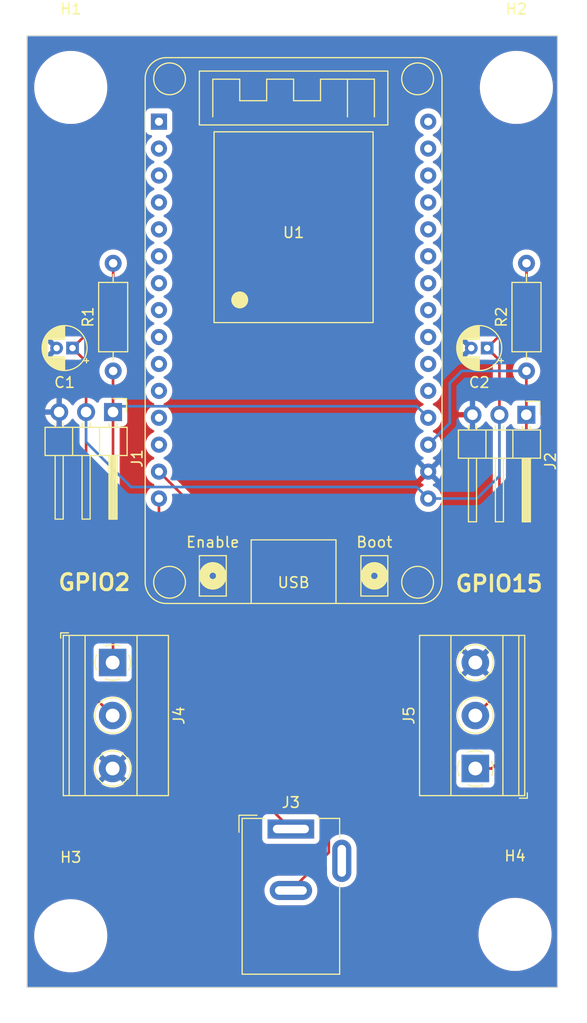
<source format=kicad_pcb>
(kicad_pcb (version 20221018) (generator pcbnew)
  (layers (0 "F.Cu" signal) (31 "B.Cu" signal) (34 "B.Paste" user) (35 "F.Paste" user) (36 "B.SilkS" user "B.Silkscreen") (37 "F.SilkS" user "F.Silkscreen") (38 "B.Mask" user) (39 "F.Mask" user) (44 "Edge.Cuts" user))
  (net 0 "")
  (net 14 "+3V3")
  (net 15 "GND")
  (net 16 "/GPIO2")
  (net 17 "/GPIO15")
  (net 18 "VDC")
  (net 19 "GND1")
  (footprint "MountingHole:MountingHole_6.4mm_M6" (layer "F.Cu") (at 132.143 53.895)
    (fp_text reference "H1" (at 0 -7.4) (layer "F.SilkS"))
    (fp_text value "MountingHole")
    (pad "" np_thru_hole circle (at 0 0) (size 6.4 6.4) (drill 6.4) (layers "*.Cu" "*.Mask"))
  )
  (footprint "MountingHole:MountingHole_6.4mm_M6" (layer "F.Cu") (at 174.181 53.895)
    (fp_text reference "H2" (at 0 -7.4) (layer "F.SilkS"))
    (fp_text value "MountingHole")
    (pad "" np_thru_hole circle (at 0 0) (size 6.4 6.4) (drill 6.4) (layers "*.Cu" "*.Mask"))
  )
  (footprint "TerminalBlock_Phoenix:TerminalBlock_Phoenix_MKDS-1,5-3_1x03_P5.00mm_Horizontal" (layer "F.Cu") (at 170.307 118.157 90)
    (fp_text reference "J5" (at 5 -6.26 90) (layer "F.SilkS"))
    (fp_text value "Screw_Terminal_01x03")
    (fp_line (start -2.8 4.16) (end -2.8 4.9) (stroke (width 0.12)) (layer "F.SilkS"))
    (fp_line (start -2.8 4.9) (end -2.3 4.9) (stroke (width 0.12)) (layer "F.SilkS"))
    (fp_line (start -2.56 -5.261) (end -2.56 4.66) (stroke (width 0.12)) (layer "F.SilkS"))
    (fp_line (start -2.56 -5.261) (end 12.56 -5.261) (stroke (width 0.12)) (layer "F.SilkS"))
    (fp_line (start -2.56 -2.301) (end 12.56 -2.301) (stroke (width 0.12)) (layer "F.SilkS"))
    (fp_line (start -2.56 2.6) (end 12.56 2.6) (stroke (width 0.12)) (layer "F.SilkS"))
    (fp_line (start -2.56 4.1) (end 12.56 4.1) (stroke (width 0.12)) (layer "F.SilkS"))
    (fp_line (start -2.56 4.66) (end 12.56 4.66) (stroke (width 0.12)) (layer "F.SilkS"))
    (fp_line (start 3.773 1.023) (end 3.726 1.069) (stroke (width 0.12)) (layer "F.SilkS"))
    (fp_line (start 3.966 1.239) (end 3.931 1.274) (stroke (width 0.12)) (layer "F.SilkS"))
    (fp_line (start 6.07 -1.275) (end 6.035 -1.239) (stroke (width 0.12)) (layer "F.SilkS"))
    (fp_line (start 6.275 -1.069) (end 6.228 -1.023) (stroke (width 0.12)) (layer "F.SilkS"))
    (fp_line (start 8.773 1.023) (end 8.726 1.069) (stroke (width 0.12)) (layer "F.SilkS"))
    (fp_line (start 8.966 1.239) (end 8.931 1.274) (stroke (width 0.12)) (layer "F.SilkS"))
    (fp_line (start 11.07 -1.275) (end 11.035 -1.239) (stroke (width 0.12)) (layer "F.SilkS"))
    (fp_line (start 11.275 -1.069) (end 11.228 -1.023) (stroke (width 0.12)) (layer "F.SilkS"))
    (fp_line (start 12.56 -5.261) (end 12.56 4.66) (stroke (width 0.12)) (layer "F.SilkS"))
    (fp_arc (start -1.535427 0.683042) (mid -1.680501 -0.000524) (end -1.535 -0.684) (stroke (width 0.12)) (layer "F.SilkS"))
    (fp_arc (start -0.683042 -1.535427) (mid 0.000524 -1.680501) (end 0.684 -1.535) (stroke (width 0.12)) (layer "F.SilkS"))
    (fp_arc (start 0.028805 1.680253) (mid -0.335551 1.646659) (end -0.684 1.535) (stroke (width 0.12)) (layer "F.SilkS"))
    (fp_arc (start 0.683318 1.534756) (mid 0.349292 1.643288) (end 0 1.68) (stroke (width 0.12)) (layer "F.SilkS"))
    (fp_arc (start 1.535427 -0.683042) (mid 1.680501 0.000524) (end 1.535 0.684) (stroke (width 0.12)) (layer "F.SilkS"))
    (fp_circle (center 5 0) (end 6.68 0) (stroke (width 0.12)) (fill none) (layer "F.SilkS"))
    (fp_circle (center 10 0) (end 11.68 0) (stroke (width 0.12)) (fill none) (layer "F.SilkS"))
    (pad "1" thru_hole rect (at 0 0 90) (size 2.6 2.6) (drill 1.3) (layers "*.Cu" "*.Mask") (net 17 "/GPIO15"))
    (pad "2" thru_hole circle (at 5 0 90) (size 2.6 2.6) (drill 1.3) (layers "*.Cu" "*.Mask") (net 14 "+3V3"))
    (pad "3" thru_hole circle (at 10 0 90) (size 2.6 2.6) (drill 1.3) (layers "*.Cu" "*.Mask") (net 15 "GND"))
  )
  (footprint "Resistor_THT:R_Axial_DIN0207_L6.3mm_D2.5mm_P10.16mm_Horizontal" (layer "F.Cu") (at 175.133 80.645 90)
    (fp_text reference "R2" (at 5.08 -2.37 90) (layer "F.SilkS"))
    (fp_text value "4k7")
    (fp_line (start 1.04 0) (end 1.81 0) (stroke (width 0.12)) (layer "F.SilkS"))
    (fp_line (start 1.81 -1.37) (end 1.81 1.37) (stroke (width 0.12)) (layer "F.SilkS"))
    (fp_line (start 1.81 1.37) (end 8.35 1.37) (stroke (width 0.12)) (layer "F.SilkS"))
    (fp_line (start 8.35 -1.37) (end 1.81 -1.37) (stroke (width 0.12)) (layer "F.SilkS"))
    (fp_line (start 8.35 1.37) (end 8.35 -1.37) (stroke (width 0.12)) (layer "F.SilkS"))
    (fp_line (start 9.12 0) (end 8.35 0) (stroke (width 0.12)) (layer "F.SilkS"))
    (pad "1" thru_hole circle (at 0 0 90) (size 1.6 1.6) (drill 0.8) (layers "*.Cu" "*.Mask") (net 17 "/GPIO15"))
    (pad "2" thru_hole oval (at 10.16 0 90) (size 1.6 1.6) (drill 0.8) (layers "*.Cu" "*.Mask") (net 14 "+3V3"))
  )
  (footprint "Doit:esp32_devkit_v1_doit" (layer "F.Cu") (at 153.162 57.125)
    (fp_text reference "U1" (at 0 10.47) (layer "F.SilkS"))
    (fp_text value "ESP32_DevKit_V1_DOIT")
    (fp_text user "Enable" (at -7.62 39.68) (layer "F.SilkS"))
    (fp_text user "Boot" (at 7.62 39.68) (layer "F.SilkS"))
    (fp_text user "USB" (at 0 43.49) (layer "F.SilkS"))
    (fp_line (start -14 -4.04) (end -14 43.46) (stroke (width 0.12)) (layer "F.SilkS"))
    (fp_line (start -12 -6.04) (end 12 -6.04) (stroke (width 0.12)) (layer "F.SilkS"))
    (fp_line (start -12 45.46) (end 12 45.46) (stroke (width 0.12)) (layer "F.SilkS"))
    (fp_line (start -8.89 -4.77) (end 8.89 -4.77) (stroke (width 0.12)) (layer "F.SilkS"))
    (fp_line (start -8.89 0.31) (end -8.89 -4.77) (stroke (width 0.12)) (layer "F.SilkS"))
    (fp_line (start -8.89 40.95) (end -6.35 40.95) (stroke (width 0.12)) (layer "F.SilkS"))
    (fp_line (start -8.89 44.76) (end -8.89 40.95) (stroke (width 0.12)) (layer "F.SilkS"))
    (fp_line (start -7.62 -4.008) (end -5.08 -4.008) (stroke (width 0.12)) (layer "F.SilkS"))
    (fp_line (start -7.62 -0.452) (end -7.62 -4.008) (stroke (width 0.12)) (layer "F.SilkS"))
    (fp_line (start -7.5 0.96) (end 7.5 0.96) (stroke (width 0.12)) (layer "F.SilkS"))
    (fp_line (start -7.5 18.96) (end -7.5 0.96) (stroke (width 0.12)) (layer "F.SilkS"))
    (fp_line (start -6.35 40.95) (end -6.35 44.76) (stroke (width 0.12)) (layer "F.SilkS"))
    (fp_line (start -6.35 44.76) (end -8.89 44.76) (stroke (width 0.12)) (layer "F.SilkS"))
    (fp_line (start -5.08 -4.008) (end -5.08 -1.976) (stroke (width 0.12)) (layer "F.SilkS"))
    (fp_line (start -5.08 -1.976) (end -2.54 -1.976) (stroke (width 0.12)) (layer "F.SilkS"))
    (fp_line (start -4 39.46) (end -4 45.46) (stroke (width 0.12)) (layer "F.SilkS"))
    (fp_line (start -4 39.46) (end 4 39.46) (stroke (width 0.12)) (layer "F.SilkS"))
    (fp_line (start -2.54 -4.008) (end 0 -4.008) (stroke (width 0.12)) (layer "F.SilkS"))
    (fp_line (start -2.54 -1.976) (end -2.54 -4.008) (stroke (width 0.12)) (layer "F.SilkS"))
    (fp_line (start 0 -4.008) (end 0 -1.976) (stroke (width 0.12)) (layer "F.SilkS"))
    (fp_line (start 0 -1.976) (end 2.54 -1.976) (stroke (width 0.12)) (layer "F.SilkS"))
    (fp_line (start 2.54 -4.008) (end 7.62 -4.008) (stroke (width 0.12)) (layer "F.SilkS"))
    (fp_line (start 2.54 -1.976) (end 2.54 -4.008) (stroke (width 0.12)) (layer "F.SilkS"))
    (fp_line (start 4 39.46) (end 4 45.46) (stroke (width 0.12)) (layer "F.SilkS"))
    (fp_line (start 5.08 -4.008) (end 5.08 -0.452) (stroke (width 0.12)) (layer "F.SilkS"))
    (fp_line (start 6.35 40.95) (end 8.89 40.95) (stroke (width 0.12)) (layer "F.SilkS"))
    (fp_line (start 6.35 44.76) (end 6.35 40.95) (stroke (width 0.12)) (layer "F.SilkS"))
    (fp_line (start 7.5 0.96) (end 7.5 18.96) (stroke (width 0.12)) (layer "F.SilkS"))
    (fp_line (start 7.5 18.96) (end -7.5 18.96) (stroke (width 0.12)) (layer "F.SilkS"))
    (fp_line (start 7.62 -4.008) (end 7.62 -0.452) (stroke (width 0.12)) (layer "F.SilkS"))
    (fp_line (start 8.89 -4.77) (end 8.89 0.31) (stroke (width 0.12)) (layer "F.SilkS"))
    (fp_line (start 8.89 0.31) (end -8.89 0.31) (stroke (width 0.12)) (layer "F.SilkS"))
    (fp_line (start 8.89 40.95) (end 8.89 44.76) (stroke (width 0.12)) (layer "F.SilkS"))
    (fp_line (start 8.89 44.76) (end 6.35 44.76) (stroke (width 0.12)) (layer "F.SilkS"))
    (fp_line (start 14 43.46) (end 14 -4.04) (stroke (width 0.12)) (layer "F.SilkS"))
    (fp_arc (start -14 -4.04) (mid -13.414214 -5.454214) (end -12 -6.04) (stroke (width 0.12)) (layer "F.SilkS"))
    (fp_arc (start -12 45.46) (mid -13.414214 44.874214) (end -14 43.46) (stroke (width 0.12)) (layer "F.SilkS"))
    (fp_arc (start 12 -6.04) (mid 13.414214 -5.454214) (end 14 -4.04) (stroke (width 0.12)) (layer "F.SilkS"))
    (fp_arc (start 14 43.46) (mid 13.414214 44.874214) (end 12 45.46) (stroke (width 0.12)) (layer "F.SilkS"))
    (fp_circle (center -11.7 -4.04) (end -10.2 -4.04) (stroke (width 0.12)) (fill none) (layer "F.SilkS"))
    (fp_circle (center -11.7 43.46) (end -10.2 43.46) (stroke (width 0.12)) (fill none) (layer "F.SilkS"))
    (fp_circle (center -7.62 42.855) (end -7.32 42.855) (stroke (width 1)) (fill none) (layer "F.SilkS"))
    (fp_circle (center -5.08 16.82) (end -4.68 16.82) (stroke (width 0.8)) (fill none) (layer "F.SilkS"))
    (fp_circle (center 7.62 42.855) (end 7.92 42.855) (stroke (width 1)) (fill none) (layer "F.SilkS"))
    (fp_circle (center 11.7 -4.04) (end 13.2 -4.04) (stroke (width 0.12)) (fill none) (layer "F.SilkS"))
    (fp_circle (center 11.7 43.46) (end 13.2 43.46) (stroke (width 0.12)) (fill none) (layer "F.SilkS"))
    (pad "1" thru_hole rect (at -12.7 0) (size 1.524 1.524) (drill 0.762) (layers "*.Cu" "*.Mask"))
    (pad "2" thru_hole circle (at -12.7 2.54) (size 1.524 1.524) (drill 0.762) (layers "*.Cu" "*.Mask"))
    (pad "3" thru_hole circle (at -12.7 5.08) (size 1.524 1.524) (drill 0.762) (layers "*.Cu" "*.Mask"))
    (pad "4" thru_hole circle (at -12.7 7.62) (size 1.524 1.524) (drill 0.762) (layers "*.Cu" "*.Mask"))
    (pad "5" thru_hole circle (at -12.7 10.16) (size 1.524 1.524) (drill 0.762) (layers "*.Cu" "*.Mask"))
    (pad "6" thru_hole circle (at -12.7 12.7) (size 1.524 1.524) (drill 0.762) (layers "*.Cu" "*.Mask"))
    (pad "7" thru_hole circle (at -12.7 15.24) (size 1.524 1.524) (drill 0.762) (layers "*.Cu" "*.Mask"))
    (pad "8" thru_hole circle (at -12.7 17.78) (size 1.524 1.524) (drill 0.762) (layers "*.Cu" "*.Mask"))
    (pad "9" thru_hole circle (at -12.7 20.32) (size 1.524 1.524) (drill 0.762) (layers "*.Cu" "*.Mask"))
    (pad "10" thru_hole circle (at -12.7 22.86) (size 1.524 1.524) (drill 0.762) (layers "*.Cu" "*.Mask"))
    (pad "11" thru_hole circle (at -12.7 25.4) (size 1.524 1.524) (drill 0.762) (layers "*.Cu" "*.Mask"))
    (pad "12" thru_hole circle (at -12.7 27.94) (size 1.524 1.524) (drill 0.762) (layers "*.Cu" "*.Mask"))
    (pad "13" thru_hole circle (at -12.7 30.48) (size 1.524 1.524) (drill 0.762) (layers "*.Cu" "*.Mask"))
    (pad "14" thru_hole circle (at -12.7 33.02) (size 1.524 1.524) (drill 0.762) (layers "*.Cu" "*.Mask") (net 19 "GND1"))
    (pad "15" thru_hole circle (at -12.7 35.56) (size 1.524 1.524) (drill 0.762) (layers "*.Cu" "*.Mask") (net 18 "VDC"))
    (pad "16" thru_hole circle (at 12.7 35.56) (size 1.524 1.524) (drill 0.762) (layers "*.Cu" "*.Mask") (net 14 "+3V3"))
    (pad "17" thru_hole circle (at 12.7 33.02) (size 1.524 1.524) (drill 0.762) (layers "*.Cu" "*.Mask") (net 15 "GND"))
    (pad "18" thru_hole circle (at 12.7 30.48) (size 1.524 1.524) (drill 0.762) (layers "*.Cu" "*.Mask") (net 17 "/GPIO15"))
    (pad "19" thru_hole circle (at 12.7 27.94) (size 1.524 1.524) (drill 0.762) (layers "*.Cu" "*.Mask") (net 16 "/GPIO2"))
    (pad "20" thru_hole circle (at 12.7 25.4) (size 1.524 1.524) (drill 0.762) (layers "*.Cu" "*.Mask"))
    (pad "21" thru_hole circle (at 12.7 22.86) (size 1.524 1.524) (drill 0.762) (layers "*.Cu" "*.Mask"))
    (pad "22" thru_hole circle (at 12.7 20.32) (size 1.524 1.524) (drill 0.762) (layers "*.Cu" "*.Mask"))
    (pad "23" thru_hole circle (at 12.7 17.78) (size 1.524 1.524) (drill 0.762) (layers "*.Cu" "*.Mask"))
    (pad "24" thru_hole circle (at 12.7 15.24) (size 1.524 1.524) (drill 0.762) (layers "*.Cu" "*.Mask"))
    (pad "25" thru_hole circle (at 12.7 12.7) (size 1.524 1.524) (drill 0.762) (layers "*.Cu" "*.Mask"))
    (pad "26" thru_hole circle (at 12.7 10.16) (size 1.524 1.524) (drill 0.762) (layers "*.Cu" "*.Mask"))
    (pad "27" thru_hole circle (at 12.7 7.62) (size 1.524 1.524) (drill 0.762) (layers "*.Cu" "*.Mask"))
    (pad "28" thru_hole circle (at 12.7 5.08) (size 1.524 1.524) (drill 0.762) (layers "*.Cu" "*.Mask"))
    (pad "29" thru_hole circle (at 12.7 2.54) (size 1.524 1.524) (drill 0.762) (layers "*.Cu" "*.Mask"))
    (pad "30" thru_hole circle (at 12.7 0) (size 1.524 1.524) (drill 0.762) (layers "*.Cu" "*.Mask"))
  )
  (footprint "Connector_PinHeader_2.54mm:PinHeader_1x03_P2.54mm_Horizontal" (layer "F.Cu") (at 136.129 84.525 -90)
    (fp_text reference "J1" (at 4.385 -2.27 90) (layer "F.SilkS"))
    (fp_text value "Conn_01x03")
    (fp_line (start -1.27 -1.27) (end 0 -1.27) (stroke (width 0.12)) (layer "F.SilkS"))
    (fp_line (start -1.27 0) (end -1.27 -1.27) (stroke (width 0.12)) (layer "F.SilkS"))
    (fp_line (start 1.042929 2.16) (end 1.44 2.16) (stroke (width 0.12)) (layer "F.SilkS"))
    (fp_line (start 1.042929 2.92) (end 1.44 2.92) (stroke (width 0.12)) (layer "F.SilkS"))
    (fp_line (start 1.042929 4.7) (end 1.44 4.7) (stroke (width 0.12)) (layer "F.SilkS"))
    (fp_line (start 1.042929 5.46) (end 1.44 5.46) (stroke (width 0.12)) (layer "F.SilkS"))
    (fp_line (start 1.11 -0.38) (end 1.44 -0.38) (stroke (width 0.12)) (layer "F.SilkS"))
    (fp_line (start 1.11 0.38) (end 1.44 0.38) (stroke (width 0.12)) (layer "F.SilkS"))
    (fp_line (start 1.44 -1.33) (end 1.44 6.41) (stroke (width 0.12)) (layer "F.SilkS"))
    (fp_line (start 1.44 1.27) (end 4.1 1.27) (stroke (width 0.12)) (layer "F.SilkS"))
    (fp_line (start 1.44 3.81) (end 4.1 3.81) (stroke (width 0.12)) (layer "F.SilkS"))
    (fp_line (start 1.44 6.41) (end 4.1 6.41) (stroke (width 0.12)) (layer "F.SilkS"))
    (fp_line (start 4.1 -1.33) (end 1.44 -1.33) (stroke (width 0.12)) (layer "F.SilkS"))
    (fp_line (start 4.1 -0.38) (end 10.1 -0.38) (stroke (width 0.12)) (layer "F.SilkS"))
    (fp_line (start 4.1 -0.32) (end 10.1 -0.32) (stroke (width 0.12)) (layer "F.SilkS"))
    (fp_line (start 4.1 -0.2) (end 10.1 -0.2) (stroke (width 0.12)) (layer "F.SilkS"))
    (fp_line (start 4.1 -0.08) (end 10.1 -0.08) (stroke (width 0.12)) (layer "F.SilkS"))
    (fp_line (start 4.1 0.04) (end 10.1 0.04) (stroke (width 0.12)) (layer "F.SilkS"))
    (fp_line (start 4.1 0.16) (end 10.1 0.16) (stroke (width 0.12)) (layer "F.SilkS"))
    (fp_line (start 4.1 0.28) (end 10.1 0.28) (stroke (width 0.12)) (layer "F.SilkS"))
    (fp_line (start 4.1 2.16) (end 10.1 2.16) (stroke (width 0.12)) (layer "F.SilkS"))
    (fp_line (start 4.1 4.7) (end 10.1 4.7) (stroke (width 0.12)) (layer "F.SilkS"))
    (fp_line (start 4.1 6.41) (end 4.1 -1.33) (stroke (width 0.12)) (layer "F.SilkS"))
    (fp_line (start 10.1 -0.38) (end 10.1 0.38) (stroke (width 0.12)) (layer "F.SilkS"))
    (fp_line (start 10.1 0.38) (end 4.1 0.38) (stroke (width 0.12)) (layer "F.SilkS"))
    (fp_line (start 10.1 2.16) (end 10.1 2.92) (stroke (width 0.12)) (layer "F.SilkS"))
    (fp_line (start 10.1 2.92) (end 4.1 2.92) (stroke (width 0.12)) (layer "F.SilkS"))
    (fp_line (start 10.1 4.7) (end 10.1 5.46) (stroke (width 0.12)) (layer "F.SilkS"))
    (fp_line (start 10.1 5.46) (end 4.1 5.46) (stroke (width 0.12)) (layer "F.SilkS"))
    (pad "1" thru_hole rect (at 0 0 270) (size 1.7 1.7) (drill 1) (layers "*.Cu" "*.Mask") (net 16 "/GPIO2"))
    (pad "2" thru_hole oval (at 0 2.54 270) (size 1.7 1.7) (drill 1) (layers "*.Cu" "*.Mask") (net 14 "+3V3"))
    (pad "3" thru_hole oval (at 0 5.08 270) (size 1.7 1.7) (drill 1) (layers "*.Cu" "*.Mask") (net 15 "GND"))
  )
  (footprint "Capacitor_THT:CP_Radial_D4.0mm_P1.50mm" (layer "F.Cu") (at 171.426 78.486 180)
    (fp_text reference "C2" (at 0.75 -3.25) (layer "F.SilkS"))
    (fp_text value "C")
    (fp_line (start -1.519801 -1.195) (end -1.119801 -1.195) (stroke (width 0.12)) (layer "F.SilkS"))
    (fp_line (start -1.319801 -1.395) (end -1.319801 -0.995) (stroke (width 0.12)) (layer "F.SilkS"))
    (fp_line (start 0.75 -2.08) (end 0.75 -0.84) (stroke (width 0.12)) (layer "F.SilkS"))
    (fp_line (start 0.75 0.84) (end 0.75 2.08) (stroke (width 0.12)) (layer "F.SilkS"))
    (fp_line (start 0.79 -2.08) (end 0.79 -0.84) (stroke (width 0.12)) (layer "F.SilkS"))
    (fp_line (start 0.79 0.84) (end 0.79 2.08) (stroke (width 0.12)) (layer "F.SilkS"))
    (fp_line (start 0.83 -2.079) (end 0.83 -0.84) (stroke (width 0.12)) (layer "F.SilkS"))
    (fp_line (start 0.83 0.84) (end 0.83 2.079) (stroke (width 0.12)) (layer "F.SilkS"))
    (fp_line (start 0.87 -2.077) (end 0.87 -0.84) (stroke (width 0.12)) (layer "F.SilkS"))
    (fp_line (start 0.87 0.84) (end 0.87 2.077) (stroke (width 0.12)) (layer "F.SilkS"))
    (fp_line (start 0.91 -2.074) (end 0.91 -0.84) (stroke (width 0.12)) (layer "F.SilkS"))
    (fp_line (start 0.91 0.84) (end 0.91 2.074) (stroke (width 0.12)) (layer "F.SilkS"))
    (fp_line (start 0.95 -2.071) (end 0.95 -0.84) (stroke (width 0.12)) (layer "F.SilkS"))
    (fp_line (start 0.95 0.84) (end 0.95 2.071) (stroke (width 0.12)) (layer "F.SilkS"))
    (fp_line (start 0.99 -2.067) (end 0.99 -0.84) (stroke (width 0.12)) (layer "F.SilkS"))
    (fp_line (start 0.99 0.84) (end 0.99 2.067) (stroke (width 0.12)) (layer "F.SilkS"))
    (fp_line (start 1.03 -2.062) (end 1.03 -0.84) (stroke (width 0.12)) (layer "F.SilkS"))
    (fp_line (start 1.03 0.84) (end 1.03 2.062) (stroke (width 0.12)) (layer "F.SilkS"))
    (fp_line (start 1.07 -2.056) (end 1.07 -0.84) (stroke (width 0.12)) (layer "F.SilkS"))
    (fp_line (start 1.07 0.84) (end 1.07 2.056) (stroke (width 0.12)) (layer "F.SilkS"))
    (fp_line (start 1.11 -2.05) (end 1.11 -0.84) (stroke (width 0.12)) (layer "F.SilkS"))
    (fp_line (start 1.11 0.84) (end 1.11 2.05) (stroke (width 0.12)) (layer "F.SilkS"))
    (fp_line (start 1.15 -2.042) (end 1.15 -0.84) (stroke (width 0.12)) (layer "F.SilkS"))
    (fp_line (start 1.15 0.84) (end 1.15 2.042) (stroke (width 0.12)) (layer "F.SilkS"))
    (fp_line (start 1.19 -2.034) (end 1.19 -0.84) (stroke (width 0.12)) (layer "F.SilkS"))
    (fp_line (start 1.19 0.84) (end 1.19 2.034) (stroke (width 0.12)) (layer "F.SilkS"))
    (fp_line (start 1.23 -2.025) (end 1.23 -0.84) (stroke (width 0.12)) (layer "F.SilkS"))
    (fp_line (start 1.23 0.84) (end 1.23 2.025) (stroke (width 0.12)) (layer "F.SilkS"))
    (fp_line (start 1.27 -2.016) (end 1.27 -0.84) (stroke (width 0.12)) (layer "F.SilkS"))
    (fp_line (start 1.27 0.84) (end 1.27 2.016) (stroke (width 0.12)) (layer "F.SilkS"))
    (fp_line (start 1.31 -2.005) (end 1.31 -0.84) (stroke (width 0.12)) (layer "F.SilkS"))
    (fp_line (start 1.31 0.84) (end 1.31 2.005) (stroke (width 0.12)) (layer "F.SilkS"))
    (fp_line (start 1.35 -1.994) (end 1.35 -0.84) (stroke (width 0.12)) (layer "F.SilkS"))
    (fp_line (start 1.35 0.84) (end 1.35 1.994) (stroke (width 0.12)) (layer "F.SilkS"))
    (fp_line (start 1.39 -1.982) (end 1.39 -0.84) (stroke (width 0.12)) (layer "F.SilkS"))
    (fp_line (start 1.39 0.84) (end 1.39 1.982) (stroke (width 0.12)) (layer "F.SilkS"))
    (fp_line (start 1.43 -1.968) (end 1.43 -0.84) (stroke (width 0.12)) (layer "F.SilkS"))
    (fp_line (start 1.43 0.84) (end 1.43 1.968) (stroke (width 0.12)) (layer "F.SilkS"))
    (fp_line (start 1.471 -1.954) (end 1.471 -0.84) (stroke (width 0.12)) (layer "F.SilkS"))
    (fp_line (start 1.471 0.84) (end 1.471 1.954) (stroke (width 0.12)) (layer "F.SilkS"))
    (fp_line (start 1.511 -1.94) (end 1.511 -0.84) (stroke (width 0.12)) (layer "F.SilkS"))
    (fp_line (start 1.511 0.84) (end 1.511 1.94) (stroke (width 0.12)) (layer "F.SilkS"))
    (fp_line (start 1.551 -1.924) (end 1.551 -0.84) (stroke (width 0.12)) (layer "F.SilkS"))
    (fp_line (start 1.551 0.84) (end 1.551 1.924) (stroke (width 0.12)) (layer "F.SilkS"))
    (fp_line (start 1.591 -1.907) (end 1.591 -0.84) (stroke (width 0.12)) (layer "F.SilkS"))
    (fp_line (start 1.591 0.84) (end 1.591 1.907) (stroke (width 0.12)) (layer "F.SilkS"))
    (fp_line (start 1.631 -1.889) (end 1.631 -0.84) (stroke (width 0.12)) (layer "F.SilkS"))
    (fp_line (start 1.631 0.84) (end 1.631 1.889) (stroke (width 0.12)) (layer "F.SilkS"))
    (fp_line (start 1.671 -1.87) (end 1.671 -0.84) (stroke (width 0.12)) (layer "F.SilkS"))
    (fp_line (start 1.671 0.84) (end 1.671 1.87) (stroke (width 0.12)) (layer "F.SilkS"))
    (fp_line (start 1.711 -1.851) (end 1.711 -0.84) (stroke (width 0.12)) (layer "F.SilkS"))
    (fp_line (start 1.711 0.84) (end 1.711 1.851) (stroke (width 0.12)) (layer "F.SilkS"))
    (fp_line (start 1.751 -1.83) (end 1.751 -0.84) (stroke (width 0.12)) (layer "F.SilkS"))
    (fp_line (start 1.751 0.84) (end 1.751 1.83) (stroke (width 0.12)) (layer "F.SilkS"))
    (fp_line (start 1.791 -1.808) (end 1.791 -0.84) (stroke (width 0.12)) (layer "F.SilkS"))
    (fp_line (start 1.791 0.84) (end 1.791 1.808) (stroke (width 0.12)) (layer "F.SilkS"))
    (fp_line (start 1.831 -1.785) (end 1.831 -0.84) (stroke (width 0.12)) (layer "F.SilkS"))
    (fp_line (start 1.831 0.84) (end 1.831 1.785) (stroke (width 0.12)) (layer "F.SilkS"))
    (fp_line (start 1.871 -1.76) (end 1.871 -0.84) (stroke (width 0.12)) (layer "F.SilkS"))
    (fp_line (start 1.871 0.84) (end 1.871 1.76) (stroke (width 0.12)) (layer "F.SilkS"))
    (fp_line (start 1.911 -1.735) (end 1.911 -0.84) (stroke (width 0.12)) (layer "F.SilkS"))
    (fp_line (start 1.911 0.84) (end 1.911 1.735) (stroke (width 0.12)) (layer "F.SilkS"))
    (fp_line (start 1.951 -1.708) (end 1.951 -0.84) (stroke (width 0.12)) (layer "F.SilkS"))
    (fp_line (start 1.951 0.84) (end 1.951 1.708) (stroke (width 0.12)) (layer "F.SilkS"))
    (fp_line (start 1.991 -1.68) (end 1.991 -0.84) (stroke (width 0.12)) (layer "F.SilkS"))
    (fp_line (start 1.991 0.84) (end 1.991 1.68) (stroke (width 0.12)) (layer "F.SilkS"))
    (fp_line (start 2.031 -1.65) (end 2.031 -0.84) (stroke (width 0.12)) (layer "F.SilkS"))
    (fp_line (start 2.031 0.84) (end 2.031 1.65) (stroke (width 0.12)) (layer "F.SilkS"))
    (fp_line (start 2.071 -1.619) (end 2.071 -0.84) (stroke (width 0.12)) (layer "F.SilkS"))
    (fp_line (start 2.071 0.84) (end 2.071 1.619) (stroke (width 0.12)) (layer "F.SilkS"))
    (fp_line (start 2.111 -1.587) (end 2.111 -0.84) (stroke (width 0.12)) (layer "F.SilkS"))
    (fp_line (start 2.111 0.84) (end 2.111 1.587) (stroke (width 0.12)) (layer "F.SilkS"))
    (fp_line (start 2.151 -1.552) (end 2.151 -0.84) (stroke (width 0.12)) (layer "F.SilkS"))
    (fp_line (start 2.151 0.84) (end 2.151 1.552) (stroke (width 0.12)) (layer "F.SilkS"))
    (fp_line (start 2.191 -1.516) (end 2.191 -0.84) (stroke (width 0.12)) (layer "F.SilkS"))
    (fp_line (start 2.191 0.84) (end 2.191 1.516) (stroke (width 0.12)) (layer "F.SilkS"))
    (fp_line (start 2.231 -1.478) (end 2.231 -0.84) (stroke (width 0.12)) (layer "F.SilkS"))
    (fp_line (start 2.231 0.84) (end 2.231 1.478) (stroke (width 0.12)) (layer "F.SilkS"))
    (fp_line (start 2.271 -1.438) (end 2.271 -0.84) (stroke (width 0.12)) (layer "F.SilkS"))
    (fp_line (start 2.271 0.84) (end 2.271 1.438) (stroke (width 0.12)) (layer "F.SilkS"))
    (fp_line (start 2.311 -1.396) (end 2.311 -0.84) (stroke (width 0.12)) (layer "F.SilkS"))
    (fp_line (start 2.311 0.84) (end 2.311 1.396) (stroke (width 0.12)) (layer "F.SilkS"))
    (fp_line (start 2.351 -1.351) (end 2.351 1.351) (stroke (width 0.12)) (layer "F.SilkS"))
    (fp_line (start 2.391 -1.304) (end 2.391 1.304) (stroke (width 0.12)) (layer "F.SilkS"))
    (fp_line (start 2.431 -1.254) (end 2.431 1.254) (stroke (width 0.12)) (layer "F.SilkS"))
    (fp_line (start 2.471 -1.2) (end 2.471 1.2) (stroke (width 0.12)) (layer "F.SilkS"))
    (fp_line (start 2.511 -1.142) (end 2.511 1.142) (stroke (width 0.12)) (layer "F.SilkS"))
    (fp_line (start 2.551 -1.08) (end 2.551 1.08) (stroke (width 0.12)) (layer "F.SilkS"))
    (fp_line (start 2.591 -1.013) (end 2.591 1.013) (stroke (width 0.12)) (layer "F.SilkS"))
    (fp_line (start 2.631 -0.94) (end 2.631 0.94) (stroke (width 0.12)) (layer "F.SilkS"))
    (fp_line (start 2.671 -0.859) (end 2.671 0.859) (stroke (width 0.12)) (layer "F.SilkS"))
    (fp_line (start 2.711 -0.768) (end 2.711 0.768) (stroke (width 0.12)) (layer "F.SilkS"))
    (fp_line (start 2.751 -0.664) (end 2.751 0.664) (stroke (width 0.12)) (layer "F.SilkS"))
    (fp_line (start 2.791 -0.537) (end 2.791 0.537) (stroke (width 0.12)) (layer "F.SilkS"))
    (fp_line (start 2.831 -0.37) (end 2.831 0.37) (stroke (width 0.12)) (layer "F.SilkS"))
    (fp_circle (center 0.75 0) (end 2.87 0) (stroke (width 0.12)) (fill none) (layer "F.SilkS"))
    (pad "1" thru_hole rect (at 0 0 180) (size 1.2 1.2) (drill 0.6) (layers "*.Cu" "*.Mask") (net 14 "+3V3"))
    (pad "2" thru_hole circle (at 1.5 0 180) (size 1.2 1.2) (drill 0.6) (layers "*.Cu" "*.Mask") (net 15 "GND"))
  )
  (footprint "MountingHole:MountingHole_6.4mm_M6" (layer "F.Cu") (at 174.054 133.811)
    (fp_text reference "H4" (at 0 -7.4) (layer "F.SilkS"))
    (fp_text value "MountingHole")
    (pad "" np_thru_hole circle (at 0 0) (size 6.4 6.4) (drill 6.4) (layers "*.Cu" "*.Mask"))
  )
  (footprint "TerminalBlock_Phoenix:TerminalBlock_Phoenix_MKDS-1,5-3_1x03_P5.00mm_Horizontal" (layer "F.Cu") (at 136.093 108.157 -90)
    (fp_text reference "J4" (at 5 -6.26 90) (layer "F.SilkS"))
    (fp_text value "Screw_Terminal_01x03")
    (fp_line (start -2.8 4.16) (end -2.8 4.9) (stroke (width 0.12)) (layer "F.SilkS"))
    (fp_line (start -2.8 4.9) (end -2.3 4.9) (stroke (width 0.12)) (layer "F.SilkS"))
    (fp_line (start -2.56 -5.261) (end -2.56 4.66) (stroke (width 0.12)) (layer "F.SilkS"))
    (fp_line (start -2.56 -5.261) (end 12.56 -5.261) (stroke (width 0.12)) (layer "F.SilkS"))
    (fp_line (start -2.56 -2.301) (end 12.56 -2.301) (stroke (width 0.12)) (layer "F.SilkS"))
    (fp_line (start -2.56 2.6) (end 12.56 2.6) (stroke (width 0.12)) (layer "F.SilkS"))
    (fp_line (start -2.56 4.1) (end 12.56 4.1) (stroke (width 0.12)) (layer "F.SilkS"))
    (fp_line (start -2.56 4.66) (end 12.56 4.66) (stroke (width 0.12)) (layer "F.SilkS"))
    (fp_line (start 3.773 1.023) (end 3.726 1.069) (stroke (width 0.12)) (layer "F.SilkS"))
    (fp_line (start 3.966 1.239) (end 3.931 1.274) (stroke (width 0.12)) (layer "F.SilkS"))
    (fp_line (start 6.07 -1.275) (end 6.035 -1.239) (stroke (width 0.12)) (layer "F.SilkS"))
    (fp_line (start 6.275 -1.069) (end 6.228 -1.023) (stroke (width 0.12)) (layer "F.SilkS"))
    (fp_line (start 8.773 1.023) (end 8.726 1.069) (stroke (width 0.12)) (layer "F.SilkS"))
    (fp_line (start 8.966 1.239) (end 8.931 1.274) (stroke (width 0.12)) (layer "F.SilkS"))
    (fp_line (start 11.07 -1.275) (end 11.035 -1.239) (stroke (width 0.12)) (layer "F.SilkS"))
    (fp_line (start 11.275 -1.069) (end 11.228 -1.023) (stroke (width 0.12)) (layer "F.SilkS"))
    (fp_line (start 12.56 -5.261) (end 12.56 4.66) (stroke (width 0.12)) (layer "F.SilkS"))
    (fp_arc (start -1.535427 0.683042) (mid -1.680501 -0.000524) (end -1.535 -0.684) (stroke (width 0.12)) (layer "F.SilkS"))
    (fp_arc (start -0.683042 -1.535427) (mid 0.000524 -1.680501) (end 0.684 -1.535) (stroke (width 0.12)) (layer "F.SilkS"))
    (fp_arc (start 0.028805 1.680253) (mid -0.335551 1.646659) (end -0.684 1.535) (stroke (width 0.12)) (layer "F.SilkS"))
    (fp_arc (start 0.683318 1.534756) (mid 0.349292 1.643288) (end 0 1.68) (stroke (width 0.12)) (layer "F.SilkS"))
    (fp_arc (start 1.535427 -0.683042) (mid 1.680501 0.000524) (end 1.535 0.684) (stroke (width 0.12)) (layer "F.SilkS"))
    (fp_circle (center 5 0) (end 6.68 0) (stroke (width 0.12)) (fill none) (layer "F.SilkS"))
    (fp_circle (center 10 0) (end 11.68 0) (stroke (width 0.12)) (fill none) (layer "F.SilkS"))
    (pad "1" thru_hole rect (at 0 0 270) (size 2.6 2.6) (drill 1.3) (layers "*.Cu" "*.Mask") (net 16 "/GPIO2"))
    (pad "2" thru_hole circle (at 5 0 270) (size 2.6 2.6) (drill 1.3) (layers "*.Cu" "*.Mask") (net 14 "+3V3"))
    (pad "3" thru_hole circle (at 10 0 270) (size 2.6 2.6) (drill 1.3) (layers "*.Cu" "*.Mask") (net 15 "GND"))
  )
  (footprint "MountingHole:MountingHole_6.4mm_M6" (layer "F.Cu") (at 132.143 133.938)
    (fp_text reference "H3" (at 0 -7.4) (layer "F.SilkS"))
    (fp_text value "MountingHole")
    (pad "" np_thru_hole circle (at 0 0) (size 6.4 6.4) (drill 6.4) (layers "*.Cu" "*.Mask"))
  )
  (footprint "Connector_PinHeader_2.54mm:PinHeader_1x03_P2.54mm_Horizontal" (layer "F.Cu") (at 175.118 84.779 -90)
    (fp_text reference "J2" (at 4.385 -2.27 90) (layer "F.SilkS"))
    (fp_text value "Conn_01x03")
    (fp_line (start -1.27 -1.27) (end 0 -1.27) (stroke (width 0.12)) (layer "F.SilkS"))
    (fp_line (start -1.27 0) (end -1.27 -1.27) (stroke (width 0.12)) (layer "F.SilkS"))
    (fp_line (start 1.042929 2.16) (end 1.44 2.16) (stroke (width 0.12)) (layer "F.SilkS"))
    (fp_line (start 1.042929 2.92) (end 1.44 2.92) (stroke (width 0.12)) (layer "F.SilkS"))
    (fp_line (start 1.042929 4.7) (end 1.44 4.7) (stroke (width 0.12)) (layer "F.SilkS"))
    (fp_line (start 1.042929 5.46) (end 1.44 5.46) (stroke (width 0.12)) (layer "F.SilkS"))
    (fp_line (start 1.11 -0.38) (end 1.44 -0.38) (stroke (width 0.12)) (layer "F.SilkS"))
    (fp_line (start 1.11 0.38) (end 1.44 0.38) (stroke (width 0.12)) (layer "F.SilkS"))
    (fp_line (start 1.44 -1.33) (end 1.44 6.41) (stroke (width 0.12)) (layer "F.SilkS"))
    (fp_line (start 1.44 1.27) (end 4.1 1.27) (stroke (width 0.12)) (layer "F.SilkS"))
    (fp_line (start 1.44 3.81) (end 4.1 3.81) (stroke (width 0.12)) (layer "F.SilkS"))
    (fp_line (start 1.44 6.41) (end 4.1 6.41) (stroke (width 0.12)) (layer "F.SilkS"))
    (fp_line (start 4.1 -1.33) (end 1.44 -1.33) (stroke (width 0.12)) (layer "F.SilkS"))
    (fp_line (start 4.1 -0.38) (end 10.1 -0.38) (stroke (width 0.12)) (layer "F.SilkS"))
    (fp_line (start 4.1 -0.32) (end 10.1 -0.32) (stroke (width 0.12)) (layer "F.SilkS"))
    (fp_line (start 4.1 -0.2) (end 10.1 -0.2) (stroke (width 0.12)) (layer "F.SilkS"))
    (fp_line (start 4.1 -0.08) (end 10.1 -0.08) (stroke (width 0.12)) (layer "F.SilkS"))
    (fp_line (start 4.1 0.04) (end 10.1 0.04) (stroke (width 0.12)) (layer "F.SilkS"))
    (fp_line (start 4.1 0.16) (end 10.1 0.16) (stroke (width 0.12)) (layer "F.SilkS"))
    (fp_line (start 4.1 0.28) (end 10.1 0.28) (stroke (width 0.12)) (layer "F.SilkS"))
    (fp_line (start 4.1 2.16) (end 10.1 2.16) (stroke (width 0.12)) (layer "F.SilkS"))
    (fp_line (start 4.1 4.7) (end 10.1 4.7) (stroke (width 0.12)) (layer "F.SilkS"))
    (fp_line (start 4.1 6.41) (end 4.1 -1.33) (stroke (width 0.12)) (layer "F.SilkS"))
    (fp_line (start 10.1 -0.38) (end 10.1 0.38) (stroke (width 0.12)) (layer "F.SilkS"))
    (fp_line (start 10.1 0.38) (end 4.1 0.38) (stroke (width 0.12)) (layer "F.SilkS"))
    (fp_line (start 10.1 2.16) (end 10.1 2.92) (stroke (width 0.12)) (layer "F.SilkS"))
    (fp_line (start 10.1 2.92) (end 4.1 2.92) (stroke (width 0.12)) (layer "F.SilkS"))
    (fp_line (start 10.1 4.7) (end 10.1 5.46) (stroke (width 0.12)) (layer "F.SilkS"))
    (fp_line (start 10.1 5.46) (end 4.1 5.46) (stroke (width 0.12)) (layer "F.SilkS"))
    (pad "1" thru_hole rect (at 0 0 270) (size 1.7 1.7) (drill 1) (layers "*.Cu" "*.Mask") (net 17 "/GPIO15"))
    (pad "2" thru_hole oval (at 0 2.54 270) (size 1.7 1.7) (drill 1) (layers "*.Cu" "*.Mask") (net 14 "+3V3"))
    (pad "3" thru_hole oval (at 0 5.08 270) (size 1.7 1.7) (drill 1) (layers "*.Cu" "*.Mask") (net 15 "GND"))
  )
  (footprint "Capacitor_THT:CP_Radial_D4.0mm_P1.50mm" (layer "F.Cu") (at 132.31 78.486 180)
    (fp_text reference "C1" (at 0.75 -3.25) (layer "F.SilkS"))
    (fp_text value "C")
    (fp_line (start -1.519801 -1.195) (end -1.119801 -1.195) (stroke (width 0.12)) (layer "F.SilkS"))
    (fp_line (start -1.319801 -1.395) (end -1.319801 -0.995) (stroke (width 0.12)) (layer "F.SilkS"))
    (fp_line (start 0.75 -2.08) (end 0.75 -0.84) (stroke (width 0.12)) (layer "F.SilkS"))
    (fp_line (start 0.75 0.84) (end 0.75 2.08) (stroke (width 0.12)) (layer "F.SilkS"))
    (fp_line (start 0.79 -2.08) (end 0.79 -0.84) (stroke (width 0.12)) (layer "F.SilkS"))
    (fp_line (start 0.79 0.84) (end 0.79 2.08) (stroke (width 0.12)) (layer "F.SilkS"))
    (fp_line (start 0.83 -2.079) (end 0.83 -0.84) (stroke (width 0.12)) (layer "F.SilkS"))
    (fp_line (start 0.83 0.84) (end 0.83 2.079) (stroke (width 0.12)) (layer "F.SilkS"))
    (fp_line (start 0.87 -2.077) (end 0.87 -0.84) (stroke (width 0.12)) (layer "F.SilkS"))
    (fp_line (start 0.87 0.84) (end 0.87 2.077) (stroke (width 0.12)) (layer "F.SilkS"))
    (fp_line (start 0.91 -2.074) (end 0.91 -0.84) (stroke (width 0.12)) (layer "F.SilkS"))
    (fp_line (start 0.91 0.84) (end 0.91 2.074) (stroke (width 0.12)) (layer "F.SilkS"))
    (fp_line (start 0.95 -2.071) (end 0.95 -0.84) (stroke (width 0.12)) (layer "F.SilkS"))
    (fp_line (start 0.95 0.84) (end 0.95 2.071) (stroke (width 0.12)) (layer "F.SilkS"))
    (fp_line (start 0.99 -2.067) (end 0.99 -0.84) (stroke (width 0.12)) (layer "F.SilkS"))
    (fp_line (start 0.99 0.84) (end 0.99 2.067) (stroke (width 0.12)) (layer "F.SilkS"))
    (fp_line (start 1.03 -2.062) (end 1.03 -0.84) (stroke (width 0.12)) (layer "F.SilkS"))
    (fp_line (start 1.03 0.84) (end 1.03 2.062) (stroke (width 0.12)) (layer "F.SilkS"))
    (fp_line (start 1.07 -2.056) (end 1.07 -0.84) (stroke (width 0.12)) (layer "F.SilkS"))
    (fp_line (start 1.07 0.84) (end 1.07 2.056) (stroke (width 0.12)) (layer "F.SilkS"))
    (fp_line (start 1.11 -2.05) (end 1.11 -0.84) (stroke (width 0.12)) (layer "F.SilkS"))
    (fp_line (start 1.11 0.84) (end 1.11 2.05) (stroke (width 0.12)) (layer "F.SilkS"))
    (fp_line (start 1.15 -2.042) (end 1.15 -0.84) (stroke (width 0.12)) (layer "F.SilkS"))
    (fp_line (start 1.15 0.84) (end 1.15 2.042) (stroke (width 0.12)) (layer "F.SilkS"))
    (fp_line (start 1.19 -2.034) (end 1.19 -0.84) (stroke (width 0.12)) (layer "F.SilkS"))
    (fp_line (start 1.19 0.84) (end 1.19 2.034) (stroke (width 0.12)) (layer "F.SilkS"))
    (fp_line (start 1.23 -2.025) (end 1.23 -0.84) (stroke (width 0.12)) (layer "F.SilkS"))
    (fp_line (start 1.23 0.84) (end 1.23 2.025) (stroke (width 0.12)) (layer "F.SilkS"))
    (fp_line (start 1.27 -2.016) (end 1.27 -0.84) (stroke (width 0.12)) (layer "F.SilkS"))
    (fp_line (start 1.27 0.84) (end 1.27 2.016) (stroke (width 0.12)) (layer "F.SilkS"))
    (fp_line (start 1.31 -2.005) (end 1.31 -0.84) (stroke (width 0.12)) (layer "F.SilkS"))
    (fp_line (start 1.31 0.84) (end 1.31 2.005) (stroke (width 0.12)) (layer "F.SilkS"))
    (fp_line (start 1.35 -1.994) (end 1.35 -0.84) (stroke (width 0.12)) (layer "F.SilkS"))
    (fp_line (start 1.35 0.84) (end 1.35 1.994) (stroke (width 0.12)) (layer "F.SilkS"))
    (fp_line (start 1.39 -1.982) (end 1.39 -0.84) (stroke (width 0.12)) (layer "F.SilkS"))
    (fp_line (start 1.39 0.84) (end 1.39 1.982) (stroke (width 0.12)) (layer "F.SilkS"))
    (fp_line (start 1.43 -1.968) (end 1.43 -0.84) (stroke (width 0.12)) (layer "F.SilkS"))
    (fp_line (start 1.43 0.84) (end 1.43 1.968) (stroke (width 0.12)) (layer "F.SilkS"))
    (fp_line (start 1.471 -1.954) (end 1.471 -0.84) (stroke (width 0.12)) (layer "F.SilkS"))
    (fp_line (start 1.471 0.84) (end 1.471 1.954) (stroke (width 0.12)) (layer "F.SilkS"))
    (fp_line (start 1.511 -1.94) (end 1.511 -0.84) (stroke (width 0.12)) (layer "F.SilkS"))
    (fp_line (start 1.511 0.84) (end 1.511 1.94) (stroke (width 0.12)) (layer "F.SilkS"))
    (fp_line (start 1.551 -1.924) (end 1.551 -0.84) (stroke (width 0.12)) (layer "F.SilkS"))
    (fp_line (start 1.551 0.84) (end 1.551 1.924) (stroke (width 0.12)) (layer "F.SilkS"))
    (fp_line (start 1.591 -1.907) (end 1.591 -0.84) (stroke (width 0.12)) (layer "F.SilkS"))
    (fp_line (start 1.591 0.84) (end 1.591 1.907) (stroke (width 0.12)) (layer "F.SilkS"))
    (fp_line (start 1.631 -1.889) (end 1.631 -0.84) (stroke (width 0.12)) (layer "F.SilkS"))
    (fp_line (start 1.631 0.84) (end 1.631 1.889) (stroke (width 0.12)) (layer "F.SilkS"))
    (fp_line (start 1.671 -1.87) (end 1.671 -0.84) (stroke (width 0.12)) (layer "F.SilkS"))
    (fp_line (start 1.671 0.84) (end 1.671 1.87) (stroke (width 0.12)) (layer "F.SilkS"))
    (fp_line (start 1.711 -1.851) (end 1.711 -0.84) (stroke (width 0.12)) (layer "F.SilkS"))
    (fp_line (start 1.711 0.84) (end 1.711 1.851) (stroke (width 0.12)) (layer "F.SilkS"))
    (fp_line (start 1.751 -1.83) (end 1.751 -0.84) (stroke (width 0.12)) (layer "F.SilkS"))
    (fp_line (start 1.751 0.84) (end 1.751 1.83) (stroke (width 0.12)) (layer "F.SilkS"))
    (fp_line (start 1.791 -1.808) (end 1.791 -0.84) (stroke (width 0.12)) (layer "F.SilkS"))
    (fp_line (start 1.791 0.84) (end 1.791 1.808) (stroke (width 0.12)) (layer "F.SilkS"))
    (fp_line (start 1.831 -1.785) (end 1.831 -0.84) (stroke (width 0.12)) (layer "F.SilkS"))
    (fp_line (start 1.831 0.84) (end 1.831 1.785) (stroke (width 0.12)) (layer "F.SilkS"))
    (fp_line (start 1.871 -1.76) (end 1.871 -0.84) (stroke (width 0.12)) (layer "F.SilkS"))
    (fp_line (start 1.871 0.84) (end 1.871 1.76) (stroke (width 0.12)) (layer "F.SilkS"))
    (fp_line (start 1.911 -1.735) (end 1.911 -0.84) (stroke (width 0.12)) (layer "F.SilkS"))
    (fp_line (start 1.911 0.84) (end 1.911 1.735) (stroke (width 0.12)) (layer "F.SilkS"))
    (fp_line (start 1.951 -1.708) (end 1.951 -0.84) (stroke (width 0.12)) (layer "F.SilkS"))
    (fp_line (start 1.951 0.84) (end 1.951 1.708) (stroke (width 0.12)) (layer "F.SilkS"))
    (fp_line (start 1.991 -1.68) (end 1.991 -0.84) (stroke (width 0.12)) (layer "F.SilkS"))
    (fp_line (start 1.991 0.84) (end 1.991 1.68) (stroke (width 0.12)) (layer "F.SilkS"))
    (fp_line (start 2.031 -1.65) (end 2.031 -0.84) (stroke (width 0.12)) (layer "F.SilkS"))
    (fp_line (start 2.031 0.84) (end 2.031 1.65) (stroke (width 0.12)) (layer "F.SilkS"))
    (fp_line (start 2.071 -1.619) (end 2.071 -0.84) (stroke (width 0.12)) (layer "F.SilkS"))
    (fp_line (start 2.071 0.84) (end 2.071 1.619) (stroke (width 0.12)) (layer "F.SilkS"))
    (fp_line (start 2.111 -1.587) (end 2.111 -0.84) (stroke (width 0.12)) (layer "F.SilkS"))
    (fp_line (start 2.111 0.84) (end 2.111 1.587) (stroke (width 0.12)) (layer "F.SilkS"))
    (fp_line (start 2.151 -1.552) (end 2.151 -0.84) (stroke (width 0.12)) (layer "F.SilkS"))
    (fp_line (start 2.151 0.84) (end 2.151 1.552) (stroke (width 0.12)) (layer "F.SilkS"))
    (fp_line (start 2.191 -1.516) (end 2.191 -0.84) (stroke (width 0.12)) (layer "F.SilkS"))
    (fp_line (start 2.191 0.84) (end 2.191 1.516) (stroke (width 0.12)) (layer "F.SilkS"))
    (fp_line (start 2.231 -1.478) (end 2.231 -0.84) (stroke (width 0.12)) (layer "F.SilkS"))
    (fp_line (start 2.231 0.84) (end 2.231 1.478) (stroke (width 0.12)) (layer "F.SilkS"))
    (fp_line (start 2.271 -1.438) (end 2.271 -0.84) (stroke (width 0.12)) (layer "F.SilkS"))
    (fp_line (start 2.271 0.84) (end 2.271 1.438) (stroke (width 0.12)) (layer "F.SilkS"))
    (fp_line (start 2.311 -1.396) (end 2.311 -0.84) (stroke (width 0.12)) (layer "F.SilkS"))
    (fp_line (start 2.311 0.84) (end 2.311 1.396) (stroke (width 0.12)) (layer "F.SilkS"))
    (fp_line (start 2.351 -1.351) (end 2.351 1.351) (stroke (width 0.12)) (layer "F.SilkS"))
    (fp_line (start 2.391 -1.304) (end 2.391 1.304) (stroke (width 0.12)) (layer "F.SilkS"))
    (fp_line (start 2.431 -1.254) (end 2.431 1.254) (stroke (width 0.12)) (layer "F.SilkS"))
    (fp_line (start 2.471 -1.2) (end 2.471 1.2) (stroke (width 0.12)) (layer "F.SilkS"))
    (fp_line (start 2.511 -1.142) (end 2.511 1.142) (stroke (width 0.12)) (layer "F.SilkS"))
    (fp_line (start 2.551 -1.08) (end 2.551 1.08) (stroke (width 0.12)) (layer "F.SilkS"))
    (fp_line (start 2.591 -1.013) (end 2.591 1.013) (stroke (width 0.12)) (layer "F.SilkS"))
    (fp_line (start 2.631 -0.94) (end 2.631 0.94) (stroke (width 0.12)) (layer "F.SilkS"))
    (fp_line (start 2.671 -0.859) (end 2.671 0.859) (stroke (width 0.12)) (layer "F.SilkS"))
    (fp_line (start 2.711 -0.768) (end 2.711 0.768) (stroke (width 0.12)) (layer "F.SilkS"))
    (fp_line (start 2.751 -0.664) (end 2.751 0.664) (stroke (width 0.12)) (layer "F.SilkS"))
    (fp_line (start 2.791 -0.537) (end 2.791 0.537) (stroke (width 0.12)) (layer "F.SilkS"))
    (fp_line (start 2.831 -0.37) (end 2.831 0.37) (stroke (width 0.12)) (layer "F.SilkS"))
    (fp_circle (center 0.75 0) (end 2.87 0) (stroke (width 0.12)) (fill none) (layer "F.SilkS"))
    (pad "1" thru_hole rect (at 0 0 180) (size 1.2 1.2) (drill 0.6) (layers "*.Cu" "*.Mask") (net 14 "+3V3"))
    (pad "2" thru_hole circle (at 1.5 0 180) (size 1.2 1.2) (drill 0.6) (layers "*.Cu" "*.Mask") (net 15 "GND"))
  )
  (footprint "Connector_BarrelJack:BarrelJack_Wuerth_6941xx301002" (layer "F.Cu") (at 152.908 123.867)
    (fp_text reference "J3" (at 0 -2.5) (layer "F.SilkS"))
    (fp_text value "Barrel_Jack")
    (fp_line (start -4.9 -1.3) (end -4.9 0.3) (stroke (width 0.12)) (layer "F.SilkS"))
    (fp_line (start -4.6 -1) (end -2.5 -1) (stroke (width 0.12)) (layer "F.SilkS"))
    (fp_line (start -4.6 13.7) (end -4.6 -1) (stroke (width 0.12)) (layer "F.SilkS"))
    (fp_line (start -3.2 -1.3) (end -4.9 -1.3) (stroke (width 0.12)) (layer "F.SilkS"))
    (fp_line (start 2.5 -1) (end 4.6 -1) (stroke (width 0.12)) (layer "F.SilkS"))
    (fp_line (start 4.6 -1) (end 4.6 0.8) (stroke (width 0.12)) (layer "F.SilkS"))
    (fp_line (start 4.6 5.2) (end 4.6 13.7) (stroke (width 0.12)) (layer "F.SilkS"))
    (fp_line (start 4.6 13.7) (end -4.6 13.7) (stroke (width 0.12)) (layer "F.SilkS"))
    (pad "1" thru_hole rect (at 0 0) (size 4.4 1.8) (drill oval 3.4 0.8) (layers "*.Cu" "*.Mask") (net 18 "VDC"))
    (pad "2" thru_hole oval (at 0 5.8) (size 4 1.8) (drill oval 3 0.8) (layers "*.Cu" "*.Mask") (net 19 "GND1"))
    (pad "3" thru_hole oval (at 4.8 3 90) (size 4 1.8) (drill oval 3 0.8) (layers "*.Cu" "*.Mask"))
  )
  (footprint "Resistor_THT:R_Axial_DIN0207_L6.3mm_D2.5mm_P10.16mm_Horizontal" (layer "F.Cu") (at 136.144 80.645 90)
    (fp_text reference "R1" (at 5.08 -2.37 90) (layer "F.SilkS"))
    (fp_text value "4k7")
    (fp_line (start 1.04 0) (end 1.81 0) (stroke (width 0.12)) (layer "F.SilkS"))
    (fp_line (start 1.81 -1.37) (end 1.81 1.37) (stroke (width 0.12)) (layer "F.SilkS"))
    (fp_line (start 1.81 1.37) (end 8.35 1.37) (stroke (width 0.12)) (layer "F.SilkS"))
    (fp_line (start 8.35 -1.37) (end 1.81 -1.37) (stroke (width 0.12)) (layer "F.SilkS"))
    (fp_line (start 8.35 1.37) (end 8.35 -1.37) (stroke (width 0.12)) (layer "F.SilkS"))
    (fp_line (start 9.12 0) (end 8.35 0) (stroke (width 0.12)) (layer "F.SilkS"))
    (pad "1" thru_hole circle (at 0 0 90) (size 1.6 1.6) (drill 0.8) (layers "*.Cu" "*.Mask") (net 16 "/GPIO2"))
    (pad "2" thru_hole oval (at 10.16 0 90) (size 1.6 1.6) (drill 0.8) (layers "*.Cu" "*.Mask") (net 14 "+3V3"))
  )
  (gr_line (start 128.016 49.022) (end 178.054 49.022) (stroke (width 0.1)) (layer "Edge.Cuts"))
  (gr_line (start 178.054 138.811) (end 128.016 138.811) (stroke (width 0.1)) (layer "Edge.Cuts"))
  (gr_line (start 178.054 49.022) (end 178.054 138.811) (stroke (width 0.1)) (layer "Edge.Cuts"))
  (gr_line (start 128.016 138.811) (end 128.016 49.022) (stroke (width 0.1)) (layer "Edge.Cuts"))
  (gr_text "GPIO2" (at 130.81 101.473) (layer "F.SilkS") (effects (font (size 1.5 1.5) (thickness 0.3) bold) (justify left bottom)))
  (gr_text "GPIO15" (at 168.275 101.6) (layer "F.SilkS") (effects (font (size 1.5 1.5) (thickness 0.3) bold) (justify left bottom)))
  (segment (start 170.307 113.157) (end 172.578 110.886) (width 0.25) (layer "F.Cu") (net 14))
  (segment (start 133.589 84.525) (end 133.589 79.765) (width 0.25) (layer "F.Cu") (net 14))
  (segment (start 175.133 74.779) (end 171.426 78.486) (width 0.25) (layer "F.Cu") (net 14))
  (segment (start 172.578 79.638) (end 171.426 78.486) (width 0.25) (layer "F.Cu") (net 14))
  (segment (start 136.093 113.157) (end 133.589 110.653) (width 0.25) (layer "F.Cu") (net 14))
  (segment (start 136.144 74.652) (end 132.31 78.486) (width 0.25) (layer "F.Cu") (net 14))
  (segment (start 172.578 110.886) (end 172.578 84.779) (width 0.25) (layer "F.Cu") (net 14))
  (segment (start 136.144 70.485) (end 136.144 74.652) (width 0.25) (layer "F.Cu") (net 14))
  (segment (start 133.589 110.653) (end 133.589 84.525) (width 0.25) (layer "F.Cu") (net 14))
  (segment (start 133.589 79.765) (end 132.31 78.486) (width 0.25) (layer "F.Cu") (net 14))
  (segment (start 172.578 84.779) (end 172.578 79.638) (width 0.25) (layer "F.Cu") (net 14))
  (segment (start 175.133 70.485) (end 175.133 74.779) (width 0.25) (layer "F.Cu") (net 14))
  (segment (start 164.775 91.598) (end 165.862 92.685) (width 0.25) (layer "B.Cu") (net 14))
  (segment (start 137.837749 91.598) (end 164.775 91.598) (width 0.25) (layer "B.Cu") (net 14))
  (segment (start 133.589 87.349251) (end 137.837749 91.598) (width 0.25) (layer "B.Cu") (net 14))
  (segment (start 165.862 92.685) (end 170.459 92.685) (width 0.25) (layer "B.Cu") (net 14))
  (segment (start 133.589 84.525) (end 133.589 87.349251) (width 0.25) (layer "B.Cu") (net 14))
  (segment (start 172.578 90.566) (end 172.578 84.779) (width 0.25) (layer "B.Cu") (net 14))
  (segment (start 170.459 92.685) (end 172.578 90.566) (width 0.25) (layer "B.Cu") (net 14))
  (segment (start 136.129 84.525) (end 136.129 80.66) (width 0.25) (layer "F.Cu") (net 16))
  (segment (start 136.129 108.121) (end 136.093 108.157) (width 0.25) (layer "F.Cu") (net 16))
  (segment (start 136.129 80.66) (end 136.144 80.645) (width 0.25) (layer "F.Cu") (net 16))
  (segment (start 136.129 84.525) (end 136.129 108.121) (width 0.25) (layer "F.Cu") (net 16))
  (segment (start 136.129 84.525) (end 136.676 83.978) (width 0.25) (layer "B.Cu") (net 16))
  (segment (start 136.676 83.978) (end 164.775 83.978) (width 0.25) (layer "B.Cu") (net 16))
  (segment (start 164.775 83.978) (end 165.862 85.065) (width 0.25) (layer "B.Cu") (net 16))
  (segment (start 171.857 118.157) (end 175.118 114.896) (width 0.25) (layer "F.Cu") (net 17))
  (segment (start 175.118 80.66) (end 175.133 80.645) (width 0.25) (layer "F.Cu") (net 17))
  (segment (start 175.118 84.779) (end 175.118 80.66) (width 0.25) (layer "F.Cu") (net 17))
  (segment (start 170.307 118.157) (end 171.857 118.157) (width 0.25) (layer "F.Cu") (net 17))
  (segment (start 175.118 114.896) (end 175.118 84.779) (width 0.25) (layer "F.Cu") (net 17))
  (segment (start 165.862 87.605) (end 167.894 85.573) (width 0.25) (layer "B.Cu") (net 17))
  (segment (start 169.037 80.645) (end 175.133 80.645) (width 0.25) (layer "B.Cu") (net 17))
  (segment (start 167.894 81.788) (end 169.037 80.645) (width 0.25) (layer "B.Cu") (net 17))
  (segment (start 165.862 87.249) (end 165.862 87.605) (width 0.25) (layer "B.Cu") (net 17))
  (segment (start 167.894 85.573) (end 167.894 81.788) (width 0.25) (layer "B.Cu") (net 17))
  (segment (start 140.462 92.685) (end 140.462 111.421) (width 0.25) (layer "F.Cu") (net 18))
  (segment (start 140.462 111.421) (end 152.908 123.867) (width 0.25) (layer "F.Cu") (net 18))
  (segment (start 140.462 90.145) (end 156.483 106.166) (width 0.25) (layer "F.Cu") (net 19))
  (segment (start 156.483 126.092) (end 152.908 129.667) (width 0.25) (layer "F.Cu") (net 19))
  (segment (start 156.483 106.166) (end 156.483 126.092) (width 0.25) (layer "F.Cu") (net 19))
  (zone (net 15) (net_name "GND") (layers "F&B.Cu") (connect_pads (clearance 0.5)) (min_thickness 0.25) (fill yes (thermal_gap 0.5) (thermal_bridge_width 0.5))
    (polygon (pts (xy 128.016 49.022) (xy 178.054 49.022) (xy 178.054 138.811) (xy 128.016 138.811)))
  )
)
</source>
